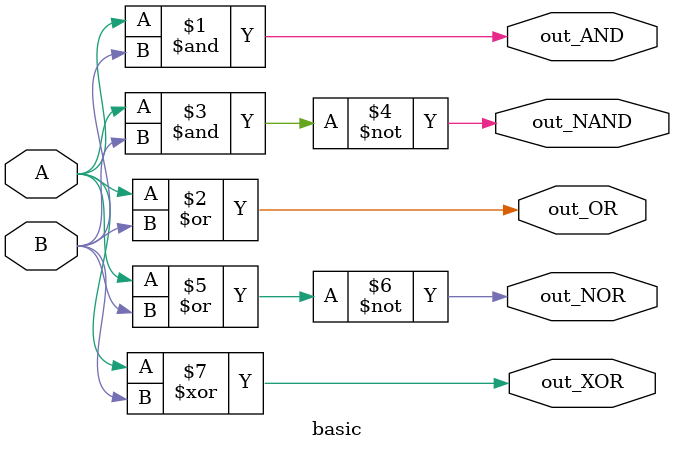
<source format=v>

module basic(A, B, out_AND, out_OR, out_NAND, out_NOR, out_XOR);

input A, B;
output out_AND, out_OR, out_NAND, out_NOR, out_XOR;

//and  and0	(out_AND , A, B);
//or   or0	(out_OR  , A, B);
//nand nand0	(out_NAND, A, B);
//nor  nor0	(out_NOR , A, B);
//xor  xor0	(out_XOR , A, B);

assign out_AND = A & B;
assign out_OR = A | B;
assign out_NAND = ~(A & B);
assign out_NOR = ~(A | B);
assign out_XOR = A ^ B;


endmodule
</source>
